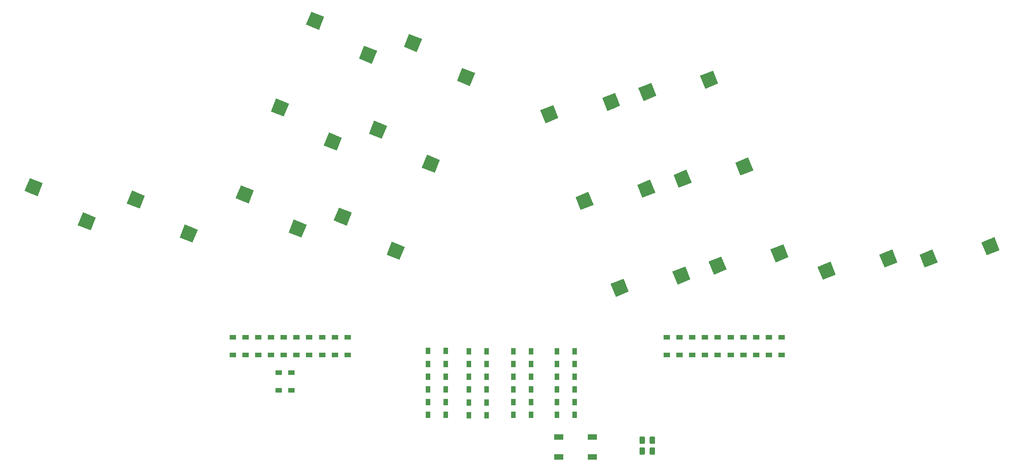
<source format=gbr>
G04 #@! TF.GenerationSoftware,KiCad,Pcbnew,(5.1.4)-1*
G04 #@! TF.CreationDate,2023-12-29T15:47:13-05:00*
G04 #@! TF.ProjectId,ThumbsUp,5468756d-6273-4557-902e-6b696361645f,rev?*
G04 #@! TF.SameCoordinates,Original*
G04 #@! TF.FileFunction,Paste,Bot*
G04 #@! TF.FilePolarity,Positive*
%FSLAX46Y46*%
G04 Gerber Fmt 4.6, Leading zero omitted, Abs format (unit mm)*
G04 Created by KiCad (PCBNEW (5.1.4)-1) date 2023-12-29 15:47:13*
%MOMM*%
%LPD*%
G04 APERTURE LIST*
%ADD10R,1.200000X0.900000*%
%ADD11C,0.100000*%
%ADD12C,0.975000*%
%ADD13R,1.800000X1.100000*%
%ADD14C,2.600000*%
%ADD15R,0.900000X1.200000*%
G04 APERTURE END LIST*
D10*
X110310000Y-131300000D03*
X110310000Y-128000000D03*
X112710000Y-131300000D03*
X112710000Y-128000000D03*
D11*
G36*
X180270642Y-139893174D02*
G01*
X180294303Y-139896684D01*
X180317507Y-139902496D01*
X180340029Y-139910554D01*
X180361653Y-139920782D01*
X180382170Y-139933079D01*
X180401383Y-139947329D01*
X180419107Y-139963393D01*
X180435171Y-139981117D01*
X180449421Y-140000330D01*
X180461718Y-140020847D01*
X180471946Y-140042471D01*
X180480004Y-140064993D01*
X180485816Y-140088197D01*
X180489326Y-140111858D01*
X180490500Y-140135750D01*
X180490500Y-141048250D01*
X180489326Y-141072142D01*
X180485816Y-141095803D01*
X180480004Y-141119007D01*
X180471946Y-141141529D01*
X180461718Y-141163153D01*
X180449421Y-141183670D01*
X180435171Y-141202883D01*
X180419107Y-141220607D01*
X180401383Y-141236671D01*
X180382170Y-141250921D01*
X180361653Y-141263218D01*
X180340029Y-141273446D01*
X180317507Y-141281504D01*
X180294303Y-141287316D01*
X180270642Y-141290826D01*
X180246750Y-141292000D01*
X179759250Y-141292000D01*
X179735358Y-141290826D01*
X179711697Y-141287316D01*
X179688493Y-141281504D01*
X179665971Y-141273446D01*
X179644347Y-141263218D01*
X179623830Y-141250921D01*
X179604617Y-141236671D01*
X179586893Y-141220607D01*
X179570829Y-141202883D01*
X179556579Y-141183670D01*
X179544282Y-141163153D01*
X179534054Y-141141529D01*
X179525996Y-141119007D01*
X179520184Y-141095803D01*
X179516674Y-141072142D01*
X179515500Y-141048250D01*
X179515500Y-140135750D01*
X179516674Y-140111858D01*
X179520184Y-140088197D01*
X179525996Y-140064993D01*
X179534054Y-140042471D01*
X179544282Y-140020847D01*
X179556579Y-140000330D01*
X179570829Y-139981117D01*
X179586893Y-139963393D01*
X179604617Y-139947329D01*
X179623830Y-139933079D01*
X179644347Y-139920782D01*
X179665971Y-139910554D01*
X179688493Y-139902496D01*
X179711697Y-139896684D01*
X179735358Y-139893174D01*
X179759250Y-139892000D01*
X180246750Y-139892000D01*
X180270642Y-139893174D01*
X180270642Y-139893174D01*
G37*
D12*
X180003000Y-140592000D03*
D11*
G36*
X178395642Y-139893174D02*
G01*
X178419303Y-139896684D01*
X178442507Y-139902496D01*
X178465029Y-139910554D01*
X178486653Y-139920782D01*
X178507170Y-139933079D01*
X178526383Y-139947329D01*
X178544107Y-139963393D01*
X178560171Y-139981117D01*
X178574421Y-140000330D01*
X178586718Y-140020847D01*
X178596946Y-140042471D01*
X178605004Y-140064993D01*
X178610816Y-140088197D01*
X178614326Y-140111858D01*
X178615500Y-140135750D01*
X178615500Y-141048250D01*
X178614326Y-141072142D01*
X178610816Y-141095803D01*
X178605004Y-141119007D01*
X178596946Y-141141529D01*
X178586718Y-141163153D01*
X178574421Y-141183670D01*
X178560171Y-141202883D01*
X178544107Y-141220607D01*
X178526383Y-141236671D01*
X178507170Y-141250921D01*
X178486653Y-141263218D01*
X178465029Y-141273446D01*
X178442507Y-141281504D01*
X178419303Y-141287316D01*
X178395642Y-141290826D01*
X178371750Y-141292000D01*
X177884250Y-141292000D01*
X177860358Y-141290826D01*
X177836697Y-141287316D01*
X177813493Y-141281504D01*
X177790971Y-141273446D01*
X177769347Y-141263218D01*
X177748830Y-141250921D01*
X177729617Y-141236671D01*
X177711893Y-141220607D01*
X177695829Y-141202883D01*
X177681579Y-141183670D01*
X177669282Y-141163153D01*
X177659054Y-141141529D01*
X177650996Y-141119007D01*
X177645184Y-141095803D01*
X177641674Y-141072142D01*
X177640500Y-141048250D01*
X177640500Y-140135750D01*
X177641674Y-140111858D01*
X177645184Y-140088197D01*
X177650996Y-140064993D01*
X177659054Y-140042471D01*
X177669282Y-140020847D01*
X177681579Y-140000330D01*
X177695829Y-139981117D01*
X177711893Y-139963393D01*
X177729617Y-139947329D01*
X177748830Y-139933079D01*
X177769347Y-139920782D01*
X177790971Y-139910554D01*
X177813493Y-139902496D01*
X177836697Y-139896684D01*
X177860358Y-139893174D01*
X177884250Y-139892000D01*
X178371750Y-139892000D01*
X178395642Y-139893174D01*
X178395642Y-139893174D01*
G37*
D12*
X178128000Y-140592000D03*
D11*
G36*
X178395642Y-141925174D02*
G01*
X178419303Y-141928684D01*
X178442507Y-141934496D01*
X178465029Y-141942554D01*
X178486653Y-141952782D01*
X178507170Y-141965079D01*
X178526383Y-141979329D01*
X178544107Y-141995393D01*
X178560171Y-142013117D01*
X178574421Y-142032330D01*
X178586718Y-142052847D01*
X178596946Y-142074471D01*
X178605004Y-142096993D01*
X178610816Y-142120197D01*
X178614326Y-142143858D01*
X178615500Y-142167750D01*
X178615500Y-143080250D01*
X178614326Y-143104142D01*
X178610816Y-143127803D01*
X178605004Y-143151007D01*
X178596946Y-143173529D01*
X178586718Y-143195153D01*
X178574421Y-143215670D01*
X178560171Y-143234883D01*
X178544107Y-143252607D01*
X178526383Y-143268671D01*
X178507170Y-143282921D01*
X178486653Y-143295218D01*
X178465029Y-143305446D01*
X178442507Y-143313504D01*
X178419303Y-143319316D01*
X178395642Y-143322826D01*
X178371750Y-143324000D01*
X177884250Y-143324000D01*
X177860358Y-143322826D01*
X177836697Y-143319316D01*
X177813493Y-143313504D01*
X177790971Y-143305446D01*
X177769347Y-143295218D01*
X177748830Y-143282921D01*
X177729617Y-143268671D01*
X177711893Y-143252607D01*
X177695829Y-143234883D01*
X177681579Y-143215670D01*
X177669282Y-143195153D01*
X177659054Y-143173529D01*
X177650996Y-143151007D01*
X177645184Y-143127803D01*
X177641674Y-143104142D01*
X177640500Y-143080250D01*
X177640500Y-142167750D01*
X177641674Y-142143858D01*
X177645184Y-142120197D01*
X177650996Y-142096993D01*
X177659054Y-142074471D01*
X177669282Y-142052847D01*
X177681579Y-142032330D01*
X177695829Y-142013117D01*
X177711893Y-141995393D01*
X177729617Y-141979329D01*
X177748830Y-141965079D01*
X177769347Y-141952782D01*
X177790971Y-141942554D01*
X177813493Y-141934496D01*
X177836697Y-141928684D01*
X177860358Y-141925174D01*
X177884250Y-141924000D01*
X178371750Y-141924000D01*
X178395642Y-141925174D01*
X178395642Y-141925174D01*
G37*
D12*
X178128000Y-142624000D03*
D11*
G36*
X180270642Y-141925174D02*
G01*
X180294303Y-141928684D01*
X180317507Y-141934496D01*
X180340029Y-141942554D01*
X180361653Y-141952782D01*
X180382170Y-141965079D01*
X180401383Y-141979329D01*
X180419107Y-141995393D01*
X180435171Y-142013117D01*
X180449421Y-142032330D01*
X180461718Y-142052847D01*
X180471946Y-142074471D01*
X180480004Y-142096993D01*
X180485816Y-142120197D01*
X180489326Y-142143858D01*
X180490500Y-142167750D01*
X180490500Y-143080250D01*
X180489326Y-143104142D01*
X180485816Y-143127803D01*
X180480004Y-143151007D01*
X180471946Y-143173529D01*
X180461718Y-143195153D01*
X180449421Y-143215670D01*
X180435171Y-143234883D01*
X180419107Y-143252607D01*
X180401383Y-143268671D01*
X180382170Y-143282921D01*
X180361653Y-143295218D01*
X180340029Y-143305446D01*
X180317507Y-143313504D01*
X180294303Y-143319316D01*
X180270642Y-143322826D01*
X180246750Y-143324000D01*
X179759250Y-143324000D01*
X179735358Y-143322826D01*
X179711697Y-143319316D01*
X179688493Y-143313504D01*
X179665971Y-143305446D01*
X179644347Y-143295218D01*
X179623830Y-143282921D01*
X179604617Y-143268671D01*
X179586893Y-143252607D01*
X179570829Y-143234883D01*
X179556579Y-143215670D01*
X179544282Y-143195153D01*
X179534054Y-143173529D01*
X179525996Y-143151007D01*
X179520184Y-143127803D01*
X179516674Y-143104142D01*
X179515500Y-143080250D01*
X179515500Y-142167750D01*
X179516674Y-142143858D01*
X179520184Y-142120197D01*
X179525996Y-142096993D01*
X179534054Y-142074471D01*
X179544282Y-142052847D01*
X179556579Y-142032330D01*
X179570829Y-142013117D01*
X179586893Y-141995393D01*
X179604617Y-141979329D01*
X179623830Y-141965079D01*
X179644347Y-141952782D01*
X179665971Y-141942554D01*
X179688493Y-141934496D01*
X179711697Y-141928684D01*
X179735358Y-141925174D01*
X179759250Y-141924000D01*
X180246750Y-141924000D01*
X180270642Y-141925174D01*
X180270642Y-141925174D01*
G37*
D12*
X180003000Y-142624000D03*
D13*
X162582000Y-140012000D03*
X168782000Y-143712000D03*
X162582000Y-143712000D03*
X168782000Y-140012000D03*
D14*
X243086938Y-104363428D03*
D11*
G36*
X243805288Y-102671100D02*
G01*
X244779266Y-105081778D01*
X242368588Y-106055756D01*
X241394610Y-103645078D01*
X243805288Y-102671100D01*
X243805288Y-102671100D01*
G37*
D14*
X231553830Y-106650330D03*
D11*
G36*
X232272180Y-104958002D02*
G01*
X233246158Y-107368680D01*
X230835480Y-108342658D01*
X229861502Y-105931980D01*
X232272180Y-104958002D01*
X232272180Y-104958002D01*
G37*
D14*
X190612716Y-73255455D03*
D11*
G36*
X191331066Y-71563127D02*
G01*
X192305044Y-73973805D01*
X189894366Y-74947783D01*
X188920388Y-72537105D01*
X191331066Y-71563127D01*
X191331066Y-71563127D01*
G37*
D14*
X179079608Y-75542357D03*
D11*
G36*
X179797958Y-73850029D02*
G01*
X180771936Y-76260707D01*
X178361258Y-77234685D01*
X177387280Y-74824007D01*
X179797958Y-73850029D01*
X179797958Y-73850029D01*
G37*
D14*
X197168331Y-89481172D03*
D11*
G36*
X197886681Y-87788844D02*
G01*
X198860659Y-90199522D01*
X196449981Y-91173500D01*
X195476003Y-88762822D01*
X197886681Y-87788844D01*
X197886681Y-87788844D01*
G37*
D14*
X185635223Y-91768074D03*
D11*
G36*
X186353573Y-90075746D02*
G01*
X187327551Y-92486424D01*
X184916873Y-93460402D01*
X183942895Y-91049724D01*
X186353573Y-90075746D01*
X186353573Y-90075746D01*
G37*
D14*
X203723946Y-105706890D03*
D11*
G36*
X204442296Y-104014562D02*
G01*
X205416274Y-106425240D01*
X203005596Y-107399218D01*
X202031618Y-104988540D01*
X204442296Y-104014562D01*
X204442296Y-104014562D01*
G37*
D14*
X192190838Y-107993792D03*
D11*
G36*
X192909188Y-106301464D02*
G01*
X193883166Y-108712142D01*
X191472488Y-109686120D01*
X190498510Y-107275442D01*
X192909188Y-106301464D01*
X192909188Y-106301464D01*
G37*
D14*
X224061004Y-106657731D03*
D11*
G36*
X224779354Y-104965403D02*
G01*
X225753332Y-107376081D01*
X223342654Y-108350059D01*
X222368676Y-105939381D01*
X224779354Y-104965403D01*
X224779354Y-104965403D01*
G37*
D14*
X212527896Y-108944633D03*
D11*
G36*
X213246246Y-107252305D02*
G01*
X214220224Y-109662983D01*
X211809546Y-110636961D01*
X210835568Y-108226283D01*
X213246246Y-107252305D01*
X213246246Y-107252305D01*
G37*
D14*
X117097605Y-62245393D03*
D11*
G36*
X115405277Y-62963743D02*
G01*
X116379255Y-60553065D01*
X118789933Y-61527043D01*
X117815955Y-63937721D01*
X115405277Y-62963743D01*
X115405277Y-62963743D01*
G37*
D14*
X126982444Y-68611904D03*
D11*
G36*
X125290116Y-69330254D02*
G01*
X126264094Y-66919576D01*
X128674772Y-67893554D01*
X127700794Y-70304232D01*
X125290116Y-69330254D01*
X125290116Y-69330254D01*
G37*
D14*
X178891610Y-93629843D03*
D11*
G36*
X179609960Y-91937515D02*
G01*
X180583938Y-94348193D01*
X178173260Y-95322171D01*
X177199282Y-92911493D01*
X179609960Y-91937515D01*
X179609960Y-91937515D01*
G37*
D14*
X167358502Y-95916745D03*
D11*
G36*
X168076852Y-94224417D02*
G01*
X169050830Y-96635095D01*
X166640152Y-97609073D01*
X165666174Y-95198395D01*
X168076852Y-94224417D01*
X168076852Y-94224417D01*
G37*
D14*
X64623382Y-93353366D03*
D11*
G36*
X62931054Y-94071716D02*
G01*
X63905032Y-91661038D01*
X66315710Y-92635016D01*
X65341732Y-95045694D01*
X62931054Y-94071716D01*
X62931054Y-94071716D01*
G37*
D14*
X74508221Y-99719877D03*
D11*
G36*
X72815893Y-100438227D02*
G01*
X73789871Y-98027549D01*
X76200549Y-99001527D01*
X75226571Y-101412205D01*
X72815893Y-100438227D01*
X72815893Y-100438227D01*
G37*
D14*
X83649316Y-95647669D03*
D11*
G36*
X81956988Y-96366019D02*
G01*
X82930966Y-93955341D01*
X85341644Y-94929319D01*
X84367666Y-97339997D01*
X81956988Y-96366019D01*
X81956988Y-96366019D01*
G37*
D14*
X93534155Y-102014180D03*
D11*
G36*
X91841827Y-102732530D02*
G01*
X92815805Y-100321852D01*
X95226483Y-101295830D01*
X94252505Y-103706508D01*
X91841827Y-102732530D01*
X91841827Y-102732530D01*
G37*
D14*
X103986374Y-94696828D03*
D11*
G36*
X102294046Y-95415178D02*
G01*
X103268024Y-93004500D01*
X105678702Y-93978478D01*
X104704724Y-96389156D01*
X102294046Y-95415178D01*
X102294046Y-95415178D01*
G37*
D14*
X113871213Y-101063339D03*
D11*
G36*
X112178885Y-101781689D02*
G01*
X113152863Y-99371011D01*
X115563541Y-100344989D01*
X114589563Y-102755667D01*
X112178885Y-101781689D01*
X112178885Y-101781689D01*
G37*
D14*
X185447225Y-109855560D03*
D11*
G36*
X186165575Y-108163232D02*
G01*
X187139553Y-110573910D01*
X184728875Y-111547888D01*
X183754897Y-109137210D01*
X186165575Y-108163232D01*
X186165575Y-108163232D01*
G37*
D14*
X173914117Y-112142462D03*
D11*
G36*
X174632467Y-110450134D02*
G01*
X175606445Y-112860812D01*
X173195767Y-113834790D01*
X172221789Y-111424112D01*
X174632467Y-110450134D01*
X174632467Y-110450134D01*
G37*
D14*
X135374326Y-66394063D03*
D11*
G36*
X133681998Y-67112413D02*
G01*
X134655976Y-64701735D01*
X137066654Y-65675713D01*
X136092676Y-68086391D01*
X133681998Y-67112413D01*
X133681998Y-67112413D01*
G37*
D14*
X145259165Y-72760574D03*
D11*
G36*
X143566837Y-73478924D02*
G01*
X144540815Y-71068246D01*
X146951493Y-72042224D01*
X145977515Y-74452902D01*
X143566837Y-73478924D01*
X143566837Y-73478924D01*
G37*
D14*
X122263095Y-98845498D03*
D11*
G36*
X120570767Y-99563848D02*
G01*
X121544745Y-97153170D01*
X123955423Y-98127148D01*
X122981445Y-100537826D01*
X120570767Y-99563848D01*
X120570767Y-99563848D01*
G37*
D14*
X132147934Y-105212009D03*
D11*
G36*
X130455606Y-105930359D02*
G01*
X131429584Y-103519681D01*
X133840262Y-104493659D01*
X132866284Y-106904337D01*
X130455606Y-105930359D01*
X130455606Y-105930359D01*
G37*
D14*
X128818710Y-82619781D03*
D11*
G36*
X127126382Y-83338131D02*
G01*
X128100360Y-80927453D01*
X130511038Y-81901431D01*
X129537060Y-84312109D01*
X127126382Y-83338131D01*
X127126382Y-83338131D01*
G37*
D14*
X138703549Y-88986292D03*
D11*
G36*
X137011221Y-89704642D02*
G01*
X137985199Y-87293964D01*
X140395877Y-88267942D01*
X139421899Y-90678620D01*
X137011221Y-89704642D01*
X137011221Y-89704642D01*
G37*
D14*
X172335995Y-77404125D03*
D11*
G36*
X173054345Y-75711797D02*
G01*
X174028323Y-78122475D01*
X171617645Y-79096453D01*
X170643667Y-76685775D01*
X173054345Y-75711797D01*
X173054345Y-75711797D01*
G37*
D14*
X160802887Y-79691027D03*
D11*
G36*
X161521237Y-77998699D02*
G01*
X162495215Y-80409377D01*
X160084537Y-81383355D01*
X159110559Y-78972677D01*
X161521237Y-77998699D01*
X161521237Y-77998699D01*
G37*
D14*
X110541989Y-78471110D03*
D11*
G36*
X108849661Y-79189460D02*
G01*
X109823639Y-76778782D01*
X112234317Y-77752760D01*
X111260339Y-80163438D01*
X108849661Y-79189460D01*
X108849661Y-79189460D01*
G37*
D14*
X120426828Y-84837621D03*
D11*
G36*
X118734500Y-85555971D02*
G01*
X119708478Y-83145293D01*
X122119156Y-84119271D01*
X121145178Y-86529949D01*
X118734500Y-85555971D01*
X118734500Y-85555971D01*
G37*
D10*
X199368750Y-121352500D03*
X199368750Y-124652500D03*
X196987500Y-121352500D03*
X196987500Y-124652500D03*
X185081250Y-121352500D03*
X185081250Y-124652500D03*
X187462500Y-121352500D03*
X187462500Y-124652500D03*
X189843750Y-121352500D03*
X189843750Y-124652500D03*
X192225000Y-121352500D03*
X192225000Y-124652500D03*
D15*
X165546250Y-126369000D03*
X162246250Y-126369000D03*
X165546250Y-128750250D03*
X162246250Y-128750250D03*
X165546250Y-131131500D03*
X162246250Y-131131500D03*
X165546250Y-133512750D03*
X162246250Y-133512750D03*
X157380000Y-126367750D03*
X154080000Y-126367750D03*
X157380000Y-128749000D03*
X154080000Y-128749000D03*
X157380000Y-131130250D03*
X154080000Y-131130250D03*
X157380000Y-133511500D03*
X154080000Y-133511500D03*
D10*
X204131250Y-121352500D03*
X204131250Y-124652500D03*
X201750000Y-121352500D03*
X201750000Y-124652500D03*
X194606250Y-121352500D03*
X194606250Y-124652500D03*
D15*
X165546250Y-135894000D03*
X162246250Y-135894000D03*
X157380000Y-135892750D03*
X154080000Y-135892750D03*
D10*
X182700000Y-121352500D03*
X182700000Y-124652500D03*
D15*
X165546250Y-123987750D03*
X162246250Y-123987750D03*
X157380000Y-123986500D03*
X154080000Y-123986500D03*
D10*
X123168750Y-121352500D03*
X123168750Y-124652500D03*
D15*
X138185500Y-123961750D03*
X141485500Y-123961750D03*
X145766500Y-124006500D03*
X149066500Y-124006500D03*
D10*
X101737500Y-121352500D03*
X101737500Y-124652500D03*
X104118750Y-121352500D03*
X104118750Y-124652500D03*
X111262500Y-121352500D03*
X111262500Y-124652500D03*
D15*
X138185500Y-135868000D03*
X141485500Y-135868000D03*
X145766500Y-135912750D03*
X149066500Y-135912750D03*
D10*
X106500000Y-121352500D03*
X106500000Y-124652500D03*
X108881250Y-121352500D03*
X108881250Y-124652500D03*
X120787500Y-121352500D03*
X120787500Y-124652500D03*
X118406250Y-121352500D03*
X118406250Y-124652500D03*
X116025000Y-121352500D03*
X116025000Y-124652500D03*
X113643750Y-121352500D03*
X113643750Y-124652500D03*
D15*
X138185500Y-126343000D03*
X141485500Y-126343000D03*
X138185500Y-128724250D03*
X141485500Y-128724250D03*
X138185500Y-131105500D03*
X141485500Y-131105500D03*
X138185500Y-133486750D03*
X141485500Y-133486750D03*
X145766500Y-126387750D03*
X149066500Y-126387750D03*
X145766500Y-128769000D03*
X149066500Y-128769000D03*
X145766500Y-131150250D03*
X149066500Y-131150250D03*
X145766500Y-133531500D03*
X149066500Y-133531500D03*
M02*

</source>
